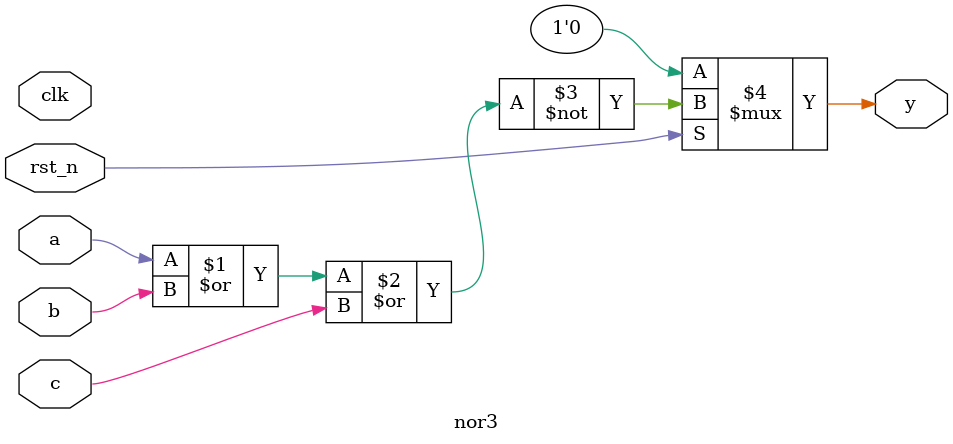
<source format=v>
`timescale 1ns / 1ps
`default_nettype none

module nor3(
    output wire y,

    input wire a,
    input wire b,
    input wire c,

    input wire clk,
    input wire rst_n
);

parameter iv = 1'b0;

`ifdef TARGET_WEB

reg yc;
initial yc = iv;

always @(posedge clk) begin
    if (~rst_n) begin
        yc <= iv;
    end else begin
        yc <= ~(a | b | c);
    end
end
assign y = yc;

`else

//pullup r1(y);
assign #20 y = (rst_n) ? ~(a | b | c) : iv;

`endif

endmodule
`default_nettype wire

</source>
